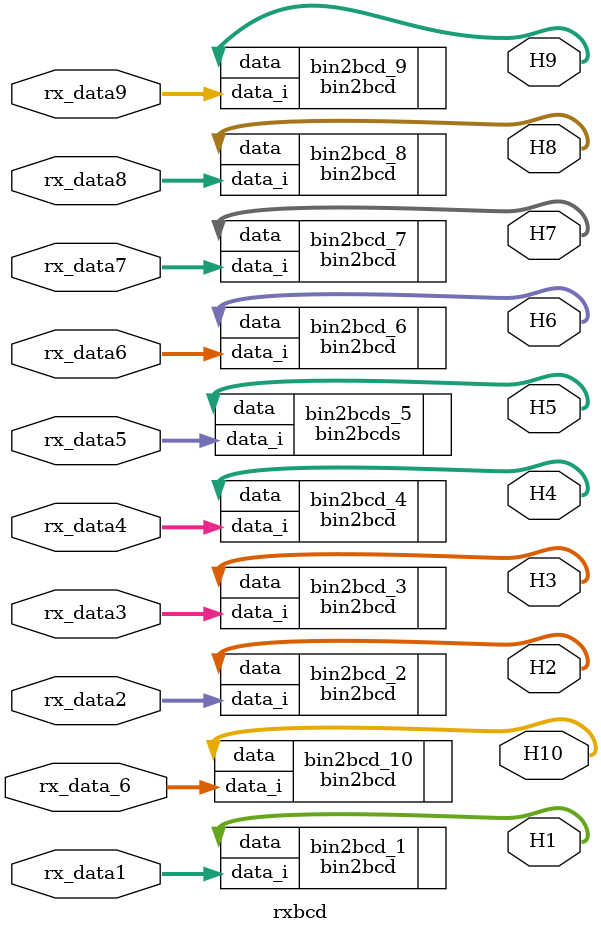
<source format=v>
`timescale 1ns / 1ps
module rxbcd(
    input  wire [7:0]rx_data1,
    input  wire [7:0]rx_data2,
    input  wire [7:0]rx_data3,
    input  wire [7:0]rx_data4,
    
    
    input  wire [7:0]rx_data5,
    input  wire [7:0]rx_data6,
    input  wire [7:0]rx_data_6,
    
    
    input  wire [7:0]rx_data7,
    input  wire [7:0]rx_data8,
    input  wire [7:0]rx_data9,
    
    
    output  [3:0]H1,
    output  [3:0]H2,
    output  [3:0]H3,
    output  [3:0]H4, 
    
    
    output  [3:0]H5,
    output  [3:0]H6,
    
    output  [3:0]H7,
    output  [3:0]H8,
    output  [3:0]H9,
    output  [3:0]H10
    
    );
  bin2bcd bin2bcd_1(
  
  .data_i(rx_data1),
  .data(H1)
  
);
   bin2bcd bin2bcd_2(
  
  .data_i(rx_data2),
  .data(H2)
  
);

 bin2bcd bin2bcd_3(
  
  .data_i(rx_data3),
  .data(H3)
  
);
 bin2bcd bin2bcd_4(
  
  .data_i(rx_data4),
  .data(H4)
  
);
 bin2bcds bin2bcds_5(
  
  .data_i(rx_data5),
  .data(H5)
  
);
 bin2bcd bin2bcd_6(
  
  .data_i(rx_data6),
  .data(H6)
  
);

 bin2bcd bin2bcd_7(
  
  .data_i(rx_data7),
  .data(H7)
  
);

 bin2bcd bin2bcd_8(
  
  .data_i(rx_data8),
  .data(H8)
  
);

 bin2bcd bin2bcd_9(
  
  .data_i(rx_data9),
  .data(H9)
  
);
bin2bcd bin2bcd_10(
  
  .data_i(rx_data_6),
  .data(H10)
  
);
endmodule

</source>
